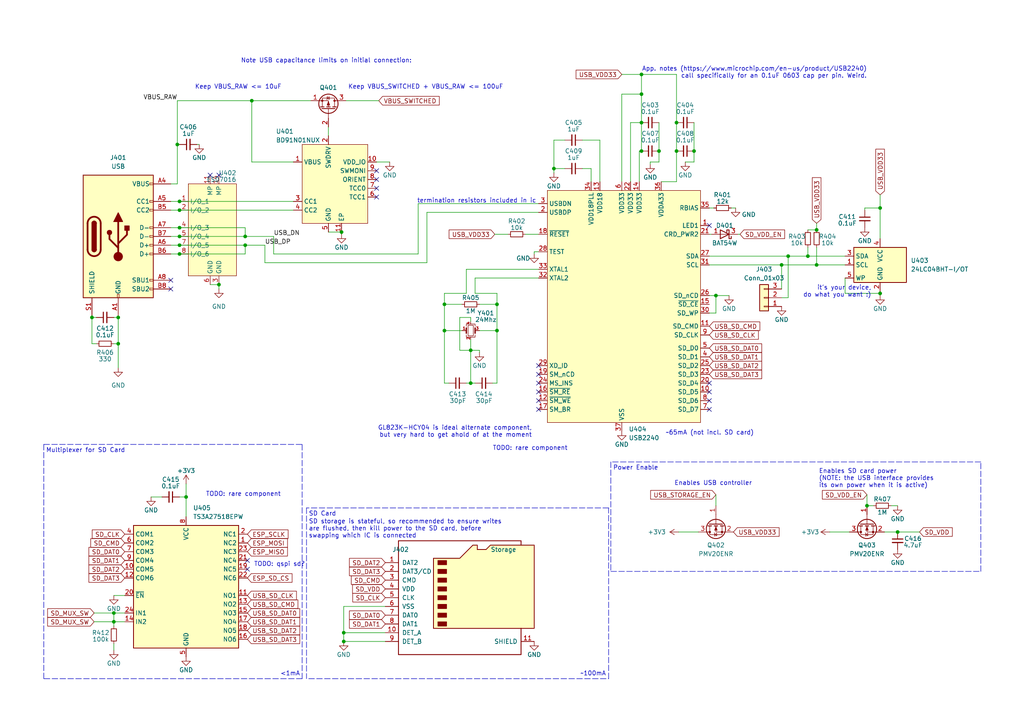
<source format=kicad_sch>
(kicad_sch (version 20211123) (generator eeschema)
  (paper "A4")
  (title_block (title "gay ipod storage + usb interface") (date "2022-09-04") (rev "1"))
  (lib_symbols
    (symbol "Analog_Switch:TS3A27518EPW"
      (property "Reference" "U" (at -13.97 19.05 0))
      (property "Value" "TS3A27518EPW" (at 8.89 19.05 0))
      (symbol "TS3A27518EPW_0_1"
        (rectangle (start 15.24 -17.78) (end -15.24 17.78) (stroke (width 0.254)) (fill (type background)))
      )
      (symbol "TS3A27518EPW_1_1"
        (pin bidirectional line (at 17.78 12.7 180) (length 2.54) (name "NC2") (number "1"))
        (pin bidirectional line (at -17.78 5.08 0) (length 2.54) (name "COM5") (number "10"))
        (pin bidirectional line (at 17.78 -2.54 180) (length 2.54) (name "NO1") (number "11"))
        (pin bidirectional line (at -17.78 2.54 0) (length 2.54) (name "COM6") (number "12"))
        (pin bidirectional line (at 17.78 -5.08 180) (length 2.54) (name "NO2") (number "13"))
        (pin input line (at -17.78 -10.16 0) (length 2.54) (name "IN2") (number "14"))
        (pin bidirectional line (at 17.78 -7.62 180) (length 2.54) (name "NO3") (number "15"))
        (pin bidirectional line (at 17.78 -15.24 180) (length 2.54) (name "NO6") (number "16"))
        (pin bidirectional line (at 17.78 -10.16 180) (length 2.54) (name "NO4") (number "17"))
        (pin bidirectional line (at 17.78 -12.7 180) (length 2.54) (name "NO5") (number "18"))
        (pin bidirectional line (at 17.78 5.08 180) (length 2.54) (name "NC5") (number "19"))
        (pin bidirectional line (at 17.78 15.24 180) (length 2.54) (name "NC1") (number "2"))
        (pin input line (at -17.78 -2.54 0) (length 2.54) (name "~{EN}") (number "20"))
        (pin bidirectional line (at 17.78 7.62 180) (length 2.54) (name "NC4") (number "21"))
        (pin bidirectional line (at 17.78 2.54 180) (length 2.54) (name "NC6") (number "22"))
        (pin bidirectional line (at 17.78 10.16 180) (length 2.54) (name "NC3") (number "23"))
        (pin input line (at -17.78 -7.62 0) (length 2.54) (name "IN1") (number "24"))
        (pin no_connect line (at -15.24 -15.24 0) (length 2.54) hide (name "N.C.") (number "3"))
        (pin bidirectional line (at -17.78 15.24 0) (length 2.54) (name "COM1") (number "4"))
        (pin power_in line (at 0 -20.32 90) (length 2.54) (name "GND") (number "5"))
        (pin bidirectional line (at -17.78 12.7 0) (length 2.54) (name "COM2") (number "6"))
        (pin bidirectional line (at -17.78 10.16 0) (length 2.54) (name "COM3") (number "7"))
        (pin power_in line (at 0 20.32 270) (length 2.54) (name "VCC") (number "8"))
        (pin bidirectional line (at -17.78 7.62 0) (length 2.54) (name "COM4") (number "9"))
      )
    )
    (symbol "Connector:Micro_SD_Card_Det_Hirose_DM3AT" (pin_names (offset 1.016))
      (property "Reference" "J" (at -16.51 17.78 0))
      (property "Value" "Micro_SD_Card_Det_Hirose_DM3AT" (at 16.51 17.78 0))
      (symbol "Micro_SD_Card_Det_Hirose_DM3AT_0_1"
        (rectangle (start -7.62 -6.985) (end -5.08 -8.255) (fill (type outline)))
        (rectangle (start -7.62 -4.445) (end -5.08 -5.715) (fill (type outline)))
        (rectangle (start -7.62 -1.905) (end -5.08 -3.175) (fill (type outline)))
        (rectangle (start -7.62 0.635) (end -5.08 -0.635) (fill (type outline)))
        (rectangle (start -7.62 3.175) (end -5.08 1.905) (fill (type outline)))
        (rectangle (start -7.62 5.715) (end -5.08 4.445) (fill (type outline)))
        (rectangle (start -7.62 8.255) (end -5.08 6.985) (fill (type outline)))
        (rectangle (start -7.62 10.795) (end -5.08 9.525) (fill (type outline)))
        (polyline (pts (xy 16.51 15.24) (xy 16.51 16.51) (xy -19.05 16.51) (xy -19.05 -16.51) (xy 16.51 -16.51) (xy 16.51 -8.89)) (stroke (width 0.254)))
        (polyline (pts (xy -8.89 -8.89) (xy -8.89 11.43) (xy -1.27 11.43) (xy 2.54 15.24) (xy 3.81 15.24) (xy 3.81 13.97) (xy 6.35 13.97) (xy 7.62 15.24) (xy 20.32 15.24) (xy 20.32 -8.89) (xy -8.89 -8.89)) (stroke (width 0.254)) (fill (type background)))
      )
      (symbol "Micro_SD_Card_Det_Hirose_DM3AT_1_1"
        (pin bidirectional line (at -22.86 10.16 0) (length 3.81) (name "DAT2") (number "1"))
        (pin passive line (at -22.86 -10.16 0) (length 3.81) (name "DET_A") (number "10"))
        (pin passive line (at 20.32 -12.7 180) (length 3.81) (name "SHIELD") (number "11"))
        (pin bidirectional line (at -22.86 7.62 0) (length 3.81) (name "DAT3/CD") (number "2"))
        (pin input line (at -22.86 5.08 0) (length 3.81) (name "CMD") (number "3"))
        (pin power_in line (at -22.86 2.54 0) (length 3.81) (name "VDD") (number "4"))
        (pin input line (at -22.86 0 0) (length 3.81) (name "CLK") (number "5"))
        (pin power_in line (at -22.86 -2.54 0) (length 3.81) (name "VSS") (number "6"))
        (pin bidirectional line (at -22.86 -5.08 0) (length 3.81) (name "DAT0") (number "7"))
        (pin bidirectional line (at -22.86 -7.62 0) (length 3.81) (name "DAT1") (number "8"))
        (pin passive line (at -22.86 -12.7 0) (length 3.81) (name "DET_B") (number "9"))
      )
    )
    (symbol "Connector:USB_C_Receptacle_USB2.0" (pin_names (offset 1.016))
      (property "Reference" "J" (at -10.16 19.05 0))
      (property "Value" "USB_C_Receptacle_USB2.0" (at 19.05 19.05 0))
      (symbol "USB_C_Receptacle_USB2.0_0_0"
        (rectangle (start -0.254 -17.78) (end 0.254 -16.764))
        (rectangle (start 10.16 -14.986) (end 9.144 -15.494))
        (rectangle (start 10.16 -12.446) (end 9.144 -12.954))
        (rectangle (start 10.16 -4.826) (end 9.144 -5.334))
        (rectangle (start 10.16 -2.286) (end 9.144 -2.794))
        (rectangle (start 10.16 0.254) (end 9.144 -0.254))
        (rectangle (start 10.16 2.794) (end 9.144 2.286))
        (rectangle (start 10.16 7.874) (end 9.144 7.366))
        (rectangle (start 10.16 10.414) (end 9.144 9.906))
        (rectangle (start 10.16 15.494) (end 9.144 14.986))
      )
      (symbol "USB_C_Receptacle_USB2.0_0_1"
        (rectangle (start -10.16 17.78) (end 10.16 -17.78) (stroke (width 0.254)) (fill (type background)))
        (arc (start -8.89 -3.81) (mid -6.985 -5.715) (end -5.08 -3.81) (stroke (width 0.508)))
        (arc (start -7.62 -3.81) (mid -6.985 -4.445) (end -6.35 -3.81) (stroke (width 0.254)))
        (arc (start -7.62 -3.81) (mid -6.985 -4.445) (end -6.35 -3.81) (stroke (width 0.254)) (fill (type outline)))
        (rectangle (start -7.62 -3.81) (end -6.35 3.81) (stroke (width 0.254)) (fill (type outline)))
        (arc (start -6.35 3.81) (mid -6.985 4.445) (end -7.62 3.81) (stroke (width 0.254)))
        (arc (start -6.35 3.81) (mid -6.985 4.445) (end -7.62 3.81) (stroke (width 0.254)) (fill (type outline)))
        (arc (start -5.08 3.81) (mid -6.985 5.715) (end -8.89 3.81) (stroke (width 0.508)))
        (circle (center -2.54 1.143) (radius 0.635) (stroke (width 0.254)) (fill (type outline)))
        (circle (center 0 -5.842) (radius 1.27) (fill (type outline)))
        (polyline (pts (xy -8.89 -3.81) (xy -8.89 3.81)) (stroke (width 0.508)))
        (polyline (pts (xy -5.08 3.81) (xy -5.08 -3.81)) (stroke (width 0.508)))
        (polyline (pts (xy 0 -5.842) (xy 0 4.318)) (stroke (width 0.508)))
        (polyline (pts (xy 0 -3.302) (xy -2.54 -0.762) (xy -2.54 0.508)) (stroke (width 0.508)))
        (polyline (pts (xy 0 -2.032) (xy 2.54 0.508) (xy 2.54 1.778)) (stroke (width 0.508)))
        (polyline (pts (xy -1.27 4.318) (xy 0 6.858) (xy 1.27 4.318) (xy -1.27 4.318)) (stroke (width 0.254)) (fill (type outline)))
        (rectangle (start 1.905 1.778) (end 3.175 3.048) (stroke (width 0.254)) (fill (type outline)))
      )
      (symbol "USB_C_Receptacle_USB2.0_1_1"
        (pin passive line (at 0 -22.86 90) (length 5.08) (name "GND") (number "A1"))
        (pin passive line (at 0 -22.86 90) (length 5.08) hide (name "GND") (number "A12"))
        (pin passive line (at 15.24 15.24 180) (length 5.08) (name "VBUS") (number "A4"))
        (pin bidirectional line (at 15.24 10.16 180) (length 5.08) (name "CC1") (number "A5"))
        (pin bidirectional line (at 15.24 -2.54 180) (length 5.08) (name "D+") (number "A6"))
        (pin bidirectional line (at 15.24 2.54 180) (length 5.08) (name "D-") (number "A7"))
        (pin bidirectional line (at 15.24 -12.7 180) (length 5.08) (name "SBU1") (number "A8"))
        (pin passive line (at 15.24 15.24 180) (length 5.08) hide (name "VBUS") (number "A9"))
        (pin passive line (at 0 -22.86 90) (length 5.08) hide (name "GND") (number "B1"))
        (pin passive line (at 0 -22.86 90) (length 5.08) hide (name "GND") (number "B12"))
        (pin passive line (at 15.24 15.24 180) (length 5.08) hide (name "VBUS") (number "B4"))
        (pin bidirectional line (at 15.24 7.62 180) (length 5.08) (name "CC2") (number "B5"))
        (pin bidirectional line (at 15.24 -5.08 180) (length 5.08) (name "D+") (number "B6"))
        (pin bidirectional line (at 15.24 0 180) (length 5.08) (name "D-") (number "B7"))
        (pin bidirectional line (at 15.24 -15.24 180) (length 5.08) (name "SBU2") (number "B8"))
        (pin passive line (at 15.24 15.24 180) (length 5.08) hide (name "VBUS") (number "B9"))
        (pin passive line (at -7.62 -22.86 90) (length 5.08) (name "SHIELD") (number "S1"))
      )
    )
    (symbol "Connector_Generic:Conn_01x03" (pin_names (offset 1.016) hide)
      (property "Reference" "J" (at 0 5.08 0))
      (property "Value" "Conn_01x03" (at 0 -5.08 0))
      (symbol "Conn_01x03_1_1"
        (rectangle (start -1.27 -2.413) (end 0 -2.667) (stroke (width 0.1524)))
        (rectangle (start -1.27 0.127) (end 0 -0.127) (stroke (width 0.1524)))
        (rectangle (start -1.27 2.667) (end 0 2.413) (stroke (width 0.1524)))
        (rectangle (start -1.27 3.81) (end 1.27 -3.81) (stroke (width 0.254)) (fill (type background)))
        (pin passive line (at -5.08 2.54 0) (length 3.81) (name "Pin_1") (number "1"))
        (pin passive line (at -5.08 0 0) (length 3.81) (name "Pin_2") (number "2"))
        (pin passive line (at -5.08 -2.54 0) (length 3.81) (name "Pin_3") (number "3"))
      )
    )
    (symbol "Device:C_Small" (pin_numbers hide) (pin_names (offset 0.254) hide)
      (property "Reference" "C" (at 0.254 1.778 0))
      (property "Value" "C_Small" (at 0.254 -2.032 0))
      (symbol "C_Small_0_1"
        (polyline (pts (xy -1.524 -0.508) (xy 1.524 -0.508)) (stroke (width 0.3302)))
        (polyline (pts (xy -1.524 0.508) (xy 1.524 0.508)) (stroke (width 0.3048)))
      )
      (symbol "C_Small_1_1"
        (pin passive line (at 0 2.54 270) (length 2.032) (name "~") (number "1"))
        (pin passive line (at 0 -2.54 90) (length 2.032) (name "~") (number "2"))
      )
    )
    (symbol "Device:Crystal_GND24_Small" (pin_names (offset 1.016) hide)
      (property "Reference" "Y" (at 1.27 4.445 0))
      (property "Value" "Crystal_GND24_Small" (at 1.27 2.54 0))
      (symbol "Crystal_GND24_Small_0_1"
        (rectangle (start -0.762 -1.524) (end 0.762 1.524))
        (polyline (pts (xy -1.27 -0.762) (xy -1.27 0.762)) (stroke (width 0.381)))
        (polyline (pts (xy 1.27 -0.762) (xy 1.27 0.762)) (stroke (width 0.381)))
        (polyline (pts (xy -1.27 -1.27) (xy -1.27 -1.905) (xy 1.27 -1.905) (xy 1.27 -1.27)))
        (polyline (pts (xy -1.27 1.27) (xy -1.27 1.905) (xy 1.27 1.905) (xy 1.27 1.27)))
      )
      (symbol "Crystal_GND24_Small_1_1"
        (pin passive line (at -2.54 0 0) (length 1.27) (name "1") (number "1"))
        (pin passive line (at 0 -2.54 90) (length 0.635) (name "2") (number "2"))
        (pin passive line (at 2.54 0 180) (length 1.27) (name "3") (number "3"))
        (pin passive line (at 0 2.54 270) (length 0.635) (name "4") (number "4"))
      )
    )
    (symbol "Device:R_Small" (pin_numbers hide) (pin_names (offset 0.254) hide)
      (property "Reference" "R" (at 0.762 0.508 0))
      (property "Value" "R_Small" (at 0.762 -1.016 0))
      (symbol "R_Small_0_1"
        (rectangle (start -0.762 1.778) (end 0.762 -1.778) (stroke (width 0.2032)))
      )
      (symbol "R_Small_1_1"
        (pin passive line (at 0 2.54 270) (length 0.762) (name "~") (number "1"))
        (pin passive line (at 0 -2.54 90) (length 0.762) (name "~") (number "2"))
      )
    )
    (symbol "Diode:BAT54W" (pin_names (offset 1.016) hide)
      (property "Reference" "D" (at 0 2.54 0))
      (property "Value" "BAT54W" (at 0 -2.54 0))
      (symbol "BAT54W_0_1"
        (polyline (pts (xy 1.27 0) (xy -1.27 0)))
        (polyline (pts (xy 1.27 1.27) (xy 1.27 -1.27) (xy -1.27 0) (xy 1.27 1.27)) (stroke (width 0.254)))
        (polyline (pts (xy -1.905 0.635) (xy -1.905 1.27) (xy -1.27 1.27) (xy -1.27 -1.27) (xy -0.635 -1.27) (xy -0.635 -0.635)) (stroke (width 0.254)))
      )
      (symbol "BAT54W_1_1"
        (pin passive line (at 3.81 0 180) (length 2.54) (name "A") (number "1"))
        (pin no_connect line (at 0 0 90) (length 2.54) hide (name "NC") (number "2"))
        (pin passive line (at -3.81 0 0) (length 2.54) (name "K") (number "3"))
      )
    )
    (symbol "Memory_EEPROM:24AA02-OT"
      (property "Reference" "U?" (at -8.89 1.2701 0))
      (property "Value" "24LC08BHT-I/OT " (at -8.89 -1.2699 0))
      (symbol "24AA02-OT_1_1"
        (rectangle (start -7.62 5.08) (end 7.62 -5.08) (stroke (width 0.254)) (fill (type background)))
        (pin input line (at 10.16 0 180) (length 2.54) (name "SCL") (number "1"))
        (pin power_in line (at 0 -7.62 90) (length 2.54) (name "GND") (number "2"))
        (pin bidirectional line (at 10.16 2.54 180) (length 2.54) (name "SDA") (number "3"))
        (pin power_in line (at 0 7.62 270) (length 2.54) (name "VCC") (number "4"))
        (pin input line (at 10.16 -3.81 180) (length 2.54) (name "WP") (number "5"))
      )
    )
    (symbol "Transistor_FET:2N7002" (pin_names hide)
      (property "Reference" "Q" (at 5.08 1.905 0))
      (property "Value" "2N7002" (at 5.08 0 0))
      (symbol "2N7002_0_1"
        (polyline (pts (xy 0.254 0) (xy -2.54 0)))
        (polyline (pts (xy 0.254 1.905) (xy 0.254 -1.905)) (stroke (width 0.254)))
        (polyline (pts (xy 0.762 -1.27) (xy 0.762 -2.286)) (stroke (width 0.254)))
        (polyline (pts (xy 0.762 0.508) (xy 0.762 -0.508)) (stroke (width 0.254)))
        (polyline (pts (xy 0.762 2.286) (xy 0.762 1.27)) (stroke (width 0.254)))
        (polyline (pts (xy 2.54 2.54) (xy 2.54 1.778)))
        (polyline (pts (xy 2.54 -2.54) (xy 2.54 0) (xy 0.762 0)))
        (polyline (pts (xy 0.762 -1.778) (xy 3.302 -1.778) (xy 3.302 1.778) (xy 0.762 1.778)))
        (polyline (pts (xy 1.016 0) (xy 2.032 0.381) (xy 2.032 -0.381) (xy 1.016 0)) (fill (type outline)))
        (polyline (pts (xy 2.794 0.508) (xy 2.921 0.381) (xy 3.683 0.381) (xy 3.81 0.254)))
        (polyline (pts (xy 3.302 0.381) (xy 2.921 -0.254) (xy 3.683 -0.254) (xy 3.302 0.381)))
        (circle (center 1.651 0) (radius 2.794) (stroke (width 0.254)))
        (circle (center 2.54 -1.778) (radius 0.254) (fill (type outline)))
        (circle (center 2.54 1.778) (radius 0.254) (fill (type outline)))
      )
      (symbol "2N7002_1_1"
        (pin input line (at -5.08 0 0) (length 2.54) (name "G") (number "1"))
        (pin passive line (at 2.54 -5.08 90) (length 2.54) (name "S") (number "2"))
        (pin passive line (at 2.54 5.08 270) (length 2.54) (name "D") (number "3"))
      )
    )
    (symbol "Transistor_FET:TP0610L" (pin_names hide)
      (property "Reference" "Q" (at 5.08 1.905 0))
      (property "Value" "TP0610L" (at 5.08 0 0))
      (symbol "TP0610L_0_1"
        (polyline (pts (xy 0.254 0) (xy -2.54 0)))
        (polyline (pts (xy 0.254 1.905) (xy 0.254 -1.905)) (stroke (width 0.254)))
        (polyline (pts (xy 0.762 -1.27) (xy 0.762 -2.286)) (stroke (width 0.254)))
        (polyline (pts (xy 0.762 0.508) (xy 0.762 -0.508)) (stroke (width 0.254)))
        (polyline (pts (xy 0.762 2.286) (xy 0.762 1.27)) (stroke (width 0.254)))
        (polyline (pts (xy 2.54 2.54) (xy 2.54 1.778)))
        (polyline (pts (xy 2.54 -2.54) (xy 2.54 0) (xy 0.762 0)))
        (polyline (pts (xy 0.762 1.778) (xy 3.302 1.778) (xy 3.302 -1.778) (xy 0.762 -1.778)))
        (polyline (pts (xy 2.286 0) (xy 1.27 0.381) (xy 1.27 -0.381) (xy 2.286 0)) (fill (type outline)))
        (polyline (pts (xy 2.794 -0.508) (xy 2.921 -0.381) (xy 3.683 -0.381) (xy 3.81 -0.254)))
        (polyline (pts (xy 3.302 -0.381) (xy 2.921 0.254) (xy 3.683 0.254) (xy 3.302 -0.381)))
        (circle (center 1.651 0) (radius 2.794) (stroke (width 0.254)))
        (circle (center 2.54 -1.778) (radius 0.254) (fill (type outline)))
        (circle (center 2.54 1.778) (radius 0.254) (fill (type outline)))
      )
      (symbol "TP0610L_1_1"
        (pin passive line (at 2.54 -5.08 90) (length 2.54) (name "S") (number "1"))
        (pin input line (at -5.08 0 0) (length 2.54) (name "G") (number "2"))
        (pin passive line (at 2.54 5.08 270) (length 2.54) (name "D") (number "3"))
      )
    )
    (symbol "power:+3V3" (power) (pin_names (offset 0))
      (property "Value" "+3V3" (at 0 3.556 0))
      (symbol "+3V3_0_1"
        (polyline (pts (xy -0.762 1.27) (xy 0 2.54)))
        (polyline (pts (xy 0 0) (xy 0 2.54)))
        (polyline (pts (xy 0 2.54) (xy 0.762 1.27)))
      )
      (symbol "+3V3_1_1"
        (pin power_in line (at 0 0 90) (length 0) hide (name "+3V3") (number "1"))
      )
    )
    (symbol "power:GND" (power) (pin_names (offset 0))
      (property "Value" "GND" (at 0 -3.81 0))
      (symbol "GND_0_1"
        (polyline (pts (xy 0 0) (xy 0 -1.27) (xy 1.27 -1.27) (xy 0 -2.54) (xy -1.27 -1.27) (xy 0 -1.27)))
      )
      (symbol "GND_1_1"
        (pin power_in line (at 0 0 270) (length 0) hide (name "GND") (number "1"))
      )
    )
    (symbol "symbols:BD91N01NUX"
      (property "Reference" "U" (at 0 13.97 0))
      (property "Value" "BD91N01NUX" (at 5.08 16.51 0))
      (symbol "BD91N01NUX_0_1"
        (rectangle (start -12.7 12.7) (end 6.35 -10.16) (fill (type background)))
      )
      (symbol "BD91N01NUX_1_1"
        (pin input line (at -15.24 7.62 0) (length 2.54) (name "VBUS") (number "1"))
        (pin input line (at 8.89 7.62 180) (length 2.54) (name "VDD_IO") (number "10"))
        (pin input line (at -1.27 -12.7 90) (length 2.54) (name "EP") (number "11"))
        (pin output line (at -5.08 15.24 270) (length 2.54) (name "SWDRV") (number "2"))
        (pin input line (at -15.24 -3.81 0) (length 2.54) (name "CC1") (number "3"))
        (pin input line (at -15.24 -6.35 0) (length 2.54) (name "CC2") (number "4"))
        (pin input line (at -5.08 -12.7 90) (length 2.54) (name "GND") (number "5"))
        (pin output line (at 8.89 -2.54 180) (length 2.54) (name "TCC1") (number "6"))
        (pin output line (at 8.89 0 180) (length 2.54) (name "TCC0") (number "7"))
        (pin output line (at 8.89 2.54 180) (length 2.54) (name "ORIENT") (number "8"))
        (pin output line (at 8.89 5.08 180) (length 2.54) (name "SWMONI") (number "9"))
      )
    )
    (symbol "symbols:ESD7016"
      (property "Reference" "U" (at 0 16.51 0))
      (property "Value" "ESD7016" (at 0 13.97 0))
      (symbol "ESD7016_0_1"
        (rectangle (start -17.78 2.54) (end 8.89 -11.43) (fill (type background)))
      )
      (symbol "ESD7016_1_1"
        (pin input line (at 3.81 5.08 270) (length 2.54) (name "I/O_1") (number "1"))
        (pin input line (at 11.43 -3.81 180) (length 2.54) (name "MP") (number "11"))
        (pin input line (at 11.43 -6.35 180) (length 2.54) (name "MP") (number "14"))
        (pin input line (at 1.27 5.08 270) (length 2.54) (name "I/O_2") (number "2"))
        (pin input line (at -20.32 -6.35 0) (length 2.54) (name "GND") (number "3"))
        (pin input line (at -3.81 5.08 270) (length 2.54) (name "I/O_3") (number "4"))
        (pin input line (at -6.35 5.08 270) (length 2.54) (name "I/O_4") (number "5"))
        (pin input line (at -20.32 -3.81 0) (length 2.54) (name "GND") (number "6"))
        (pin input line (at -8.89 5.08 270) (length 2.54) (name "I/O_5") (number "7"))
        (pin input line (at -11.43 5.08 270) (length 2.54) (name "I/O_6") (number "8"))
      )
    )
    (symbol "symbols:USB2240"
      (property "Reference" "U" (at 1.27 1.27 0))
      (property "Value" "USB2240" (at 1.27 -1.27 0))
      (symbol "USB2240_0_0"
        (pin unspecified line (at 25.4 22.86 180) (length 2.54) (name "LED1") (number "1"))
        (pin unspecified line (at 25.4 -25.4 180) (length 2.54) (name "SD_D5") (number "10"))
        (pin unspecified line (at 25.4 -6.35 180) (length 2.54) (name "SD_CMD") (number "11"))
        (pin unspecified line (at -24.13 -27.94 0) (length 2.54) (name "~{SM_WE}") (number "12"))
        (pin unspecified line (at -6.35 35.56 270) (length 2.54) (name "VDD18") (number "13"))
        (pin unspecified line (at 5.08 35.56 270) (length 2.54) (name "VDD33") (number "14"))
        (pin unspecified line (at 25.4 0 180) (length 2.54) (name "~{SD_CE}") (number "15"))
        (pin unspecified line (at -24.13 -25.4 0) (length 2.54) (name "~{SM_RE}") (number "16"))
        (pin unspecified line (at -24.13 -30.48 0) (length 2.54) (name "SM_BR") (number "17"))
        (pin unspecified line (at -24.13 20.32 0) (length 2.54) (name "~{RESET}") (number "18"))
        (pin unspecified line (at -24.13 -20.32 0) (length 2.54) (name "SM_nCD") (number "19"))
        (pin unspecified line (at -24.13 26.67 0) (length 2.54) (name "USBDP") (number "2"))
        (pin unspecified line (at 25.4 -22.86 180) (length 2.54) (name "SD_D4") (number "20"))
        (pin unspecified line (at 25.4 20.32 180) (length 2.54) (name "CRD_PWR2") (number "21"))
        (pin unspecified line (at 2.54 35.56 270) (length 2.54) (name "VDD33") (number "22"))
        (pin unspecified line (at 25.4 -20.32 180) (length 2.54) (name "SD_D3") (number "23"))
        (pin unspecified line (at -24.13 -22.86 0) (length 2.54) (name "MS_INS") (number "24"))
        (pin unspecified line (at 25.4 -17.78 180) (length 2.54) (name "SD_D2") (number "25"))
        (pin unspecified line (at 25.4 2.54 180) (length 2.54) (name "SD_nCD") (number "26"))
        (pin unspecified line (at 25.4 13.97 180) (length 2.54) (name "SDA") (number "27"))
        (pin unspecified line (at -24.13 15.24 0) (length 2.54) (name "TEST") (number "28"))
        (pin unspecified line (at -24.13 -17.78 0) (length 2.54) (name "XD_ID") (number "29"))
        (pin unspecified line (at -24.13 29.21 0) (length 2.54) (name "USBDN") (number "3"))
        (pin unspecified line (at 25.4 -2.54 180) (length 2.54) (name "SD_WP") (number "30"))
        (pin unspecified line (at 25.4 11.43 180) (length 2.54) (name "SCL") (number "31"))
        (pin unspecified line (at -24.13 7.62 0) (length 2.54) (name "XTAL2") (number "32"))
        (pin unspecified line (at -24.13 10.16 0) (length 2.54) (name "XTAL1") (number "33"))
        (pin unspecified line (at -8.89 35.56 270) (length 2.54) (name "VDD18PLL") (number "34"))
        (pin unspecified line (at 25.4 27.94 180) (length 2.54) (name "RBIAS") (number "35"))
        (pin unspecified line (at 11.43 35.56 270) (length 2.54) (name "VDDA33") (number "36"))
        (pin unspecified line (at 0 -36.83 90) (length 2.54) (name "VSS") (number "37"))
        (pin unspecified line (at 25.4 -15.24 180) (length 2.54) (name "SD_D1") (number "4"))
        (pin unspecified line (at 25.4 -12.7 180) (length 2.54) (name "SD_D0") (number "5"))
        (pin unspecified line (at 0 35.56 270) (length 2.54) (name "VDD33") (number "6"))
        (pin unspecified line (at 25.4 -30.48 180) (length 2.54) (name "SD_D7") (number "7"))
        (pin unspecified line (at 25.4 -27.94 180) (length 2.54) (name "SD_D6") (number "8"))
        (pin unspecified line (at 25.4 -8.89 180) (length 2.54) (name "SD_CLK") (number "9"))
      )
      (symbol "USB2240_0_1"
        (rectangle (start -21.59 33.02) (end 22.86 -34.29) (fill (type background)))
      )
    )
  )
  (junction (at 236.855 66.675))
  (junction (at 52.07 66.04))
  (junction (at 71.12 71.12))
  (junction (at 186.055 35.56))
  (junction (at 99.695 186.055))
  (junction (at 73.025 29.21))
  (junction (at 33.02 180.34))
  (junction (at 34.29 92.075))
  (junction (at 71.12 68.58))
  (junction (at 52.07 73.66))
  (junction (at 99.695 183.515))
  (junction (at 196.215 35.56))
  (junction (at 128.905 88.265))
  (junction (at 52.07 71.12))
  (junction (at 99.06 67.31))
  (junction (at 186.055 43.815))
  (junction (at 136.525 101.6))
  (junction (at 53.975 144.145))
  (junction (at 228.6 74.295))
  (junction (at 234.315 74.295))
  (junction (at 52.07 60.96))
  (junction (at 207.645 85.725))
  (junction (at 260.35 154.305))
  (junction (at 63.5 82.55))
  (junction (at 186.055 21.59))
  (junction (at 255.27 85.09))
  (junction (at 51.435 41.91))
  (junction (at 191.135 43.815))
  (junction (at 144.145 95.885))
  (junction (at 136.525 111.125))
  (junction (at 186.055 27.305))
  (junction (at 236.855 76.835))
  (junction (at 251.46 146.685))
  (junction (at 52.07 58.42))
  (junction (at 255.27 60.325))
  (junction (at 226.695 76.835))
  (junction (at 201.295 43.815))
  (junction (at 52.07 68.58))
  (junction (at 128.905 95.885))
  (junction (at 34.29 99.695))
  (junction (at 160.655 48.895))
  (junction (at 196.215 43.815))
  (junction (at 144.145 88.265))
  (junction (at 33.02 177.8))
  (junction (at 26.67 92.075))
  (no_connect (at 109.22 49.53))
  (no_connect (at 205.74 65.405))
  (no_connect (at 109.22 52.07))
  (no_connect (at 109.22 54.61))
  (no_connect (at 109.22 57.15))
  (no_connect (at 49.53 81.28))
  (no_connect (at 205.74 111.125))
  (no_connect (at 205.74 113.665))
  (no_connect (at 205.74 116.205))
  (no_connect (at 205.74 118.745))
  (no_connect (at 156.21 108.585))
  (no_connect (at 156.21 106.045))
  (no_connect (at 156.21 118.745))
  (no_connect (at 156.21 116.205))
  (no_connect (at 156.21 113.665))
  (no_connect (at 156.21 111.125))
  (no_connect (at 71.755 162.56))
  (no_connect (at 71.755 165.1))
  (no_connect (at 60.96 50.8))
  (no_connect (at 63.5 50.8))
  (no_connect (at 49.53 83.82))
  (wire (pts (xy 207.645 85.725) (xy 207.645 90.805)))
  (wire (pts (xy 130.175 111.125) (xy 128.905 111.125)))
  (wire (pts (xy 201.295 43.815) (xy 201.295 46.99)))
  (wire (pts (xy 214.63 67.945) (xy 213.995 67.945)))
  (wire (pts (xy 207.645 85.725) (xy 211.455 85.725)))
  (wire (pts (xy 49.53 73.66) (xy 52.07 73.66)))
  (wire (pts (xy 109.22 46.99) (xy 113.03 46.99)))
  (wire (pts (xy 52.07 60.96) (xy 49.53 60.96)))
  (wire (pts (xy 71.12 68.58) (xy 79.375 68.58)))
  (wire (pts (xy 255.27 85.09) (xy 255.27 84.455)))
  (wire (pts (xy 34.29 99.695) (xy 34.29 106.68)))
  (wire (pts (xy 71.12 71.12) (xy 76.835 71.12)))
  (wire (pts (xy 236.855 71.755) (xy 236.855 76.835)))
  (wire (pts (xy 52.07 144.145) (xy 53.975 144.145)))
  (wire (pts (xy 139.065 102.235) (xy 139.065 101.6)))
  (wire (pts (xy 43.815 144.145) (xy 46.99 144.145)))
  (wire (pts (xy 226.695 76.835) (xy 226.695 83.82)))
  (wire (pts (xy 213.36 60.325) (xy 212.09 60.325)))
  (wire (pts (xy 240.665 154.305) (xy 246.38 154.305)))
  (wire (pts (xy 260.35 146.685) (xy 258.445 146.685)))
  (wire (pts (xy 128.905 85.09) (xy 128.905 88.265)))
  (wire (pts (xy 228.6 74.295) (xy 234.315 74.295)))
  (wire (pts (xy 73.025 46.99) (xy 85.09 46.99)))
  (polyline (pts (xy 12.7 196.85) (xy 12.7 128.905)))
  (wire (pts (xy 111.76 186.055) (xy 99.695 186.055)))
  (wire (pts (xy 27.305 180.34) (xy 33.02 180.34)))
  (wire (pts (xy 133.35 101.6) (xy 136.525 101.6)))
  (wire (pts (xy 53.975 140.335) (xy 53.975 144.145)))
  (wire (pts (xy 156.21 61.595) (xy 123.825 61.595)))
  (wire (pts (xy 253.365 146.685) (xy 251.46 146.685)))
  (wire (pts (xy 51.435 29.21) (xy 51.435 41.91)))
  (wire (pts (xy 163.83 48.895) (xy 160.655 48.895)))
  (wire (pts (xy 49.53 68.58) (xy 52.07 68.58)))
  (wire (pts (xy 205.74 74.295) (xy 228.6 74.295)))
  (wire (pts (xy 137.795 80.645) (xy 137.795 85.09)))
  (wire (pts (xy 160.655 40.64) (xy 160.655 48.895)))
  (wire (pts (xy 156.21 80.645) (xy 137.795 80.645)))
  (wire (pts (xy 27.305 177.8) (xy 33.02 177.8)))
  (wire (pts (xy 156.21 78.105) (xy 135.255 78.105)))
  (wire (pts (xy 52.07 58.42) (xy 49.53 58.42)))
  (wire (pts (xy 60.96 82.55) (xy 63.5 82.55)))
  (wire (pts (xy 73.025 29.21) (xy 51.435 29.21)))
  (wire (pts (xy 255.27 85.725) (xy 255.27 85.09)))
  (wire (pts (xy 144.145 88.265) (xy 144.145 95.885)))
  (wire (pts (xy 191.135 43.815) (xy 191.135 46.99)))
  (wire (pts (xy 52.07 66.04) (xy 71.12 66.04)))
  (wire (pts (xy 57.785 41.91) (xy 57.15 41.91)))
  (wire (pts (xy 33.02 92.075) (xy 34.29 92.075)))
  (wire (pts (xy 207.01 60.325) (xy 205.74 60.325)))
  (wire (pts (xy 156.21 73.025) (xy 154.94 73.025)))
  (wire (pts (xy 71.12 66.04) (xy 71.12 68.58)))
  (wire (pts (xy 234.315 71.755) (xy 234.315 74.295)))
  (polyline (pts (xy 284.48 133.985) (xy 177.165 133.985)))
  (wire (pts (xy 205.74 76.835) (xy 226.695 76.835)))
  (wire (pts (xy 206.375 67.945) (xy 205.74 67.945)))
  (wire (pts (xy 136.525 111.125) (xy 137.795 111.125)))
  (wire (pts (xy 186.055 21.59) (xy 186.055 27.305)))
  (wire (pts (xy 142.875 111.125) (xy 144.145 111.125)))
  (wire (pts (xy 26.67 92.075) (xy 26.67 99.695)))
  (wire (pts (xy 185.42 52.705) (xy 185.42 43.815)))
  (wire (pts (xy 26.67 92.075) (xy 27.94 92.075)))
  (wire (pts (xy 52.07 41.91) (xy 51.435 41.91)))
  (wire (pts (xy 185.42 43.815) (xy 186.055 43.815)))
  (wire (pts (xy 196.215 43.815) (xy 196.215 52.705)))
  (wire (pts (xy 133.35 92.075) (xy 133.35 101.6)))
  (wire (pts (xy 245.11 80.645) (xy 245.11 85.09)))
  (wire (pts (xy 255.27 56.515) (xy 255.27 60.325)))
  (wire (pts (xy 26.67 99.695) (xy 27.94 99.695)))
  (wire (pts (xy 111.76 175.895) (xy 99.695 175.895)))
  (wire (pts (xy 191.77 52.705) (xy 196.215 52.705)))
  (wire (pts (xy 186.055 35.56) (xy 186.055 43.815)))
  (wire (pts (xy 201.295 46.99) (xy 198.755 46.99)))
  (wire (pts (xy 196.215 21.59) (xy 196.215 35.56)))
  (wire (pts (xy 139.065 88.265) (xy 144.145 88.265)))
  (wire (pts (xy 186.055 27.305) (xy 186.055 35.56)))
  (wire (pts (xy 135.255 111.125) (xy 136.525 111.125)))
  (wire (pts (xy 173.99 40.64) (xy 173.99 52.705)))
  (wire (pts (xy 171.45 48.895) (xy 171.45 52.705)))
  (wire (pts (xy 260.35 154.305) (xy 266.7 154.305)))
  (wire (pts (xy 191.135 35.56) (xy 191.135 43.815)))
  (wire (pts (xy 207.645 143.51) (xy 207.645 146.685)))
  (wire (pts (xy 156.21 59.055) (xy 121.285 59.055)))
  (wire (pts (xy 135.255 85.09) (xy 128.905 85.09)))
  (wire (pts (xy 228.6 86.36) (xy 228.6 74.295)))
  (wire (pts (xy 236.855 76.835) (xy 245.11 76.835)))
  (wire (pts (xy 76.835 76.2) (xy 76.835 71.12)))
  (wire (pts (xy 34.29 91.44) (xy 34.29 92.075)))
  (wire (pts (xy 51.435 41.91) (xy 51.435 53.34)))
  (polyline (pts (xy 88.9 147.32) (xy 88.9 196.85)))
  (wire (pts (xy 196.215 35.56) (xy 196.215 43.815)))
  (wire (pts (xy 33.02 180.34) (xy 36.195 180.34)))
  (polyline (pts (xy 87.63 128.905) (xy 87.63 196.85)))
  (wire (pts (xy 137.795 85.09) (xy 144.145 85.09)))
  (wire (pts (xy 26.67 91.44) (xy 26.67 92.075)))
  (wire (pts (xy 205.74 90.805) (xy 207.645 90.805)))
  (wire (pts (xy 188.595 46.99) (xy 188.595 47.625)))
  (wire (pts (xy 123.825 76.2) (xy 123.825 61.595)))
  (wire (pts (xy 33.02 186.69) (xy 33.02 188.595)))
  (wire (pts (xy 33.02 177.8) (xy 36.195 177.8)))
  (wire (pts (xy 180.34 27.305) (xy 186.055 27.305)))
  (wire (pts (xy 53.975 144.145) (xy 53.975 149.86)))
  (wire (pts (xy 99.695 183.515) (xy 111.76 183.515)))
  (wire (pts (xy 128.905 111.125) (xy 128.905 95.885)))
  (wire (pts (xy 136.525 101.6) (xy 136.525 111.125)))
  (polyline (pts (xy 177.165 133.985) (xy 177.165 165.735)))
  (wire (pts (xy 154.94 73.025) (xy 154.94 73.66)))
  (wire (pts (xy 63.5 82.55) (xy 63.5 83.82)))
  (wire (pts (xy 76.835 76.2) (xy 123.825 76.2)))
  (wire (pts (xy 163.83 40.64) (xy 160.655 40.64)))
  (polyline (pts (xy 177.165 165.735) (xy 284.48 165.735)))
  (wire (pts (xy 79.375 73.66) (xy 79.375 68.58)))
  (wire (pts (xy 52.07 73.66) (xy 71.12 73.66)))
  (wire (pts (xy 226.695 76.835) (xy 236.855 76.835)))
  (wire (pts (xy 139.065 101.6) (xy 136.525 101.6)))
  (wire (pts (xy 100.33 29.21) (xy 109.855 29.21)))
  (wire (pts (xy 79.375 73.66) (xy 121.285 73.66)))
  (wire (pts (xy 52.07 71.12) (xy 71.12 71.12)))
  (wire (pts (xy 180.34 52.705) (xy 180.34 27.305)))
  (wire (pts (xy 73.025 46.99) (xy 73.025 29.21)))
  (wire (pts (xy 99.695 175.895) (xy 99.695 183.515)))
  (wire (pts (xy 34.29 92.075) (xy 34.29 99.695)))
  (wire (pts (xy 49.53 53.34) (xy 51.435 53.34)))
  (wire (pts (xy 250.825 60.325) (xy 255.27 60.325)))
  (polyline (pts (xy 284.48 165.735) (xy 284.48 133.985)))
  (wire (pts (xy 205.74 85.725) (xy 207.645 85.725)))
  (wire (pts (xy 256.54 154.305) (xy 260.35 154.305)))
  (wire (pts (xy 234.315 74.295) (xy 245.11 74.295)))
  (polyline (pts (xy 176.53 147.32) (xy 88.9 147.32)))
  (wire (pts (xy 245.11 85.09) (xy 255.27 85.09)))
  (wire (pts (xy 136.525 92.075) (xy 136.525 93.345)))
  (wire (pts (xy 250.825 60.96) (xy 250.825 60.325)))
  (wire (pts (xy 180.34 21.59) (xy 186.055 21.59)))
  (wire (pts (xy 234.315 66.675) (xy 236.855 66.675)))
  (wire (pts (xy 33.02 99.695) (xy 34.29 99.695)))
  (wire (pts (xy 186.055 21.59) (xy 196.215 21.59)))
  (wire (pts (xy 99.695 183.515) (xy 99.695 186.055)))
  (wire (pts (xy 191.135 46.99) (xy 188.595 46.99)))
  (wire (pts (xy 139.065 95.885) (xy 144.145 95.885)))
  (wire (pts (xy 52.07 68.58) (xy 71.12 68.58)))
  (wire (pts (xy 255.27 60.325) (xy 255.27 69.215)))
  (wire (pts (xy 160.655 48.895) (xy 160.655 50.165)))
  (wire (pts (xy 136.525 92.075) (xy 133.35 92.075)))
  (wire (pts (xy 52.07 60.96) (xy 85.09 60.96)))
  (wire (pts (xy 182.88 52.705) (xy 182.88 35.56)))
  (wire (pts (xy 152.4 67.945) (xy 156.21 67.945)))
  (wire (pts (xy 168.91 40.64) (xy 173.99 40.64)))
  (wire (pts (xy 136.525 98.425) (xy 136.525 101.6)))
  (wire (pts (xy 71.12 71.12) (xy 71.12 73.66)))
  (wire (pts (xy 33.02 172.72) (xy 36.195 172.72)))
  (wire (pts (xy 128.905 95.885) (xy 133.985 95.885)))
  (polyline (pts (xy 89.535 196.85) (xy 176.53 196.85)))
  (polyline (pts (xy 176.53 196.85) (xy 176.53 147.32)))
  (wire (pts (xy 128.905 88.265) (xy 128.905 95.885)))
  (wire (pts (xy 33.02 177.8) (xy 33.02 180.34)))
  (polyline (pts (xy 87.63 196.85) (xy 12.7 196.85)))
  (wire (pts (xy 182.88 35.56) (xy 186.055 35.56)))
  (wire (pts (xy 251.46 143.51) (xy 251.46 146.685)))
  (wire (pts (xy 49.53 66.04) (xy 52.07 66.04)))
  (wire (pts (xy 90.17 29.21) (xy 73.025 29.21)))
  (wire (pts (xy 226.695 86.36) (xy 228.6 86.36)))
  (polyline (pts (xy 12.7 128.905) (xy 87.63 128.905)))
  (wire (pts (xy 133.985 88.265) (xy 128.905 88.265)))
  (wire (pts (xy 196.85 154.305) (xy 202.565 154.305)))
  (wire (pts (xy 201.295 35.56) (xy 201.295 43.815)))
  (wire (pts (xy 95.25 67.31) (xy 99.06 67.31)))
  (wire (pts (xy 49.53 71.12) (xy 52.07 71.12)))
  (wire (pts (xy 168.91 48.895) (xy 171.45 48.895)))
  (wire (pts (xy 144.145 111.125) (xy 144.145 95.885)))
  (wire (pts (xy 143.51 67.945) (xy 147.32 67.945)))
  (wire (pts (xy 236.855 64.77) (xy 236.855 66.675)))
  (wire (pts (xy 144.145 85.09) (xy 144.145 88.265)))
  (wire (pts (xy 135.255 78.105) (xy 135.255 85.09)))
  (wire (pts (xy 99.06 67.31) (xy 99.06 67.945)))
  (wire (pts (xy 121.285 73.66) (xy 121.285 59.055)))
  (wire (pts (xy 33.02 180.34) (xy 33.02 181.61)))
  (wire (pts (xy 52.07 58.42) (xy 85.09 58.42)))
  (wire (pts (xy 95.25 36.83) (xy 95.25 39.37)))
  (text "Keep VBUS_RAW <= 10uF" (at 56.515 26.035 0) (effects (font (size 1.27 1.27)) (justify left bottom)))
  (text "<1mA" (at 81.28 196.215 0) (effects (font (size 1.27 1.27)) (justify left bottom)))
  (text "App. notes (https://www.microchip.com/en-us/product/USB2240)\ncall specifically for an 0.1uF 0603 cap per pin. Weird." (at 251.46 22.86 0) (effects (font (size 1.27 1.27)) (justify right bottom)))
  (text "it's your device,\ndo what you want :)" (at 252.73 86.36 180) (effects (font (size 1.27 1.27)) (justify right bottom)))
  (text "TODO: rare component" (at 142.875 130.81 0) (effects (font (size 1.27 1.27)) (justify left bottom)))
  (text "termination resistors included in ic" (at 155.575 59.055 180) (effects (font (size 1.27 1.27)) (justify right bottom)))
  (text "Keep VBUS_SWITCHED + VBUS_RAW <= 100uF" (at 100.965 26.035 0) (effects (font (size 1.27 1.27)) (justify left bottom)))
  (text "~100mA" (at 168.275 196.215 0) (effects (font (size 1.27 1.27)) (justify left bottom)))
  (text "~65mA (not incl. SD card)" (at 193.04 126.365 0) (effects (font (size 1.27 1.27)) (justify left bottom)))
  (text "Enables USB controller" (at 195.58 140.97 0) (effects (font (size 1.27 1.27)) (justify left bottom)))
  (text "Note USB capacitance limits on initial connection:" (at 69.85 18.415 0) (effects (font (size 1.27 1.27)) (justify left bottom)))
  (text "Multiplexer for SD Card" (at 13.335 131.445 0) (effects (font (size 1.27 1.27)) (justify left bottom)))
  (text "TODO: rare component" (at 59.69 144.145 0) (effects (font (size 1.27 1.27)) (justify left bottom)))
  (text "SD storage is stateful, so recommended to ensure writes\nare flushed, then kill power to the SD card, before\nswapping which IC is connected" (at 89.535 156.21 0) (effects (font (size 1.27 1.27)) (justify left bottom)))
  (text "SD Card" (at 89.535 149.86 0) (effects (font (size 1.27 1.27)) (justify left bottom)))
  (text "GL823K-HCY04 is ideal alternate component,\nbut very hard to get ahold of at the moment" (at 154.305 127 0) (effects (font (size 1.27 1.27)) (justify right bottom)))
  (text "TODO: qspi sd?" (at 73.66 164.465 0) (effects (font (size 1.27 1.27)) (justify left bottom)))
  (text "Power Enable" (at 177.8 136.525 0) (effects (font (size 1.27 1.27)) (justify left bottom)))
  (text "Enables SD card power\n(NOTE: the USB interface provides\nits own power when it is active)" (at 237.49 141.605 0) (effects (font (size 1.27 1.27)) (justify left bottom)))
  (label "VBUS_RAW" (at 51.435 29.21 180))
  (label "USB_DP" (at 76.835 71.12 0))
  (label "USB_DN" (at 79.375 68.58 0))
  (global_label "USB_SD_DAT0" (shape input) (at 71.755 177.8 0) (property "Intersheet References" "${INTERSHEET_REFS}" (effects hide)))
  (global_label "SD_DAT0" (shape input) (at 36.195 160.02 180) (property "Intersheet References" "${INTERSHEET_REFS}" (effects hide)))
  (global_label "ESP_MISO" (shape input) (at 71.755 160.02 0) (property "Intersheet References" "${INTERSHEET_REFS}" (effects hide)))
  (global_label "USB_SD_DAT2" (shape input) (at 71.755 182.88 0) (property "Intersheet References" "${INTERSHEET_REFS}" (effects hide)))
  (global_label "SD_DAT3" (shape input) (at 36.195 167.64 180) (property "Intersheet References" "${INTERSHEET_REFS}" (effects hide)))
  (global_label "ESP_SD_CS" (shape input) (at 71.755 167.64 0) (property "Intersheet References" "${INTERSHEET_REFS}" (effects hide)))
  (global_label "SD_VDD" (shape input) (at 266.7 154.305 0) (property "Intersheet References" "${INTERSHEET_REFS}" (effects hide)))
  (global_label "SD_CMD" (shape input) (at 36.195 157.48 180) (property "Intersheet References" "${INTERSHEET_REFS}" (effects hide)))
  (global_label "ESP_MOSI" (shape input) (at 71.755 157.48 0) (property "Intersheet References" "${INTERSHEET_REFS}" (effects hide)))
  (global_label "SD_DAT2" (shape input) (at 111.76 163.195 180) (property "Intersheet References" "${INTERSHEET_REFS}" (effects hide)))
  (global_label "SD_DAT3" (shape input) (at 111.76 165.735 180) (property "Intersheet References" "${INTERSHEET_REFS}" (effects hide)))
  (global_label "USB_VDD33" (shape input) (at 236.855 64.77 90) (property "Intersheet References" "${INTERSHEET_REFS}" (effects hide)))
  (global_label "SD_VDD" (shape input) (at 111.76 170.815 180) (property "Intersheet References" "${INTERSHEET_REFS}" (effects hide)))
  (global_label "SD_DAT0" (shape input) (at 111.76 178.435 180) (property "Intersheet References" "${INTERSHEET_REFS}" (effects hide)))
  (global_label "USB_STORAGE_EN" (shape input) (at 207.645 143.51 180) (property "Intersheet References" "${INTERSHEET_REFS}" (effects hide)))
  (global_label "USB_SD_CMD" (shape input) (at 71.755 175.26 0) (property "Intersheet References" "${INTERSHEET_REFS}" (effects hide)))
  (global_label "USB_SD_CLK" (shape input) (at 71.755 172.72 0) (property "Intersheet References" "${INTERSHEET_REFS}" (effects hide)))
  (global_label "USB_SD_DAT1" (shape input) (at 71.755 180.34 0) (property "Intersheet References" "${INTERSHEET_REFS}" (effects hide)))
  (global_label "USB_SD_DAT3" (shape input) (at 205.74 108.585 0) (property "Intersheet References" "${INTERSHEET_REFS}" (effects hide)))
  (global_label "USB_SD_DAT1" (shape input) (at 205.74 103.505 0) (property "Intersheet References" "${INTERSHEET_REFS}" (effects hide)))
  (global_label "USB_SD_DAT2" (shape input) (at 205.74 106.045 0) (property "Intersheet References" "${INTERSHEET_REFS}" (effects hide)))
  (global_label "USB_SD_CLK" (shape input) (at 205.74 97.155 0) (property "Intersheet References" "${INTERSHEET_REFS}" (effects hide)))
  (global_label "SD_DAT1" (shape input) (at 36.195 162.56 180) (property "Intersheet References" "${INTERSHEET_REFS}" (effects hide)))
  (global_label "SD_DAT1" (shape input) (at 111.76 180.975 180) (property "Intersheet References" "${INTERSHEET_REFS}" (effects hide)))
  (global_label "USB_VDD33" (shape input) (at 255.27 56.515 90) (property "Intersheet References" "${INTERSHEET_REFS}" (effects hide)))
  (global_label "SD_CMD" (shape input) (at 111.76 168.275 180) (property "Intersheet References" "${INTERSHEET_REFS}" (effects hide)))
  (global_label "USB_VDD33" (shape input) (at 212.725 154.305 0) (property "Intersheet References" "${INTERSHEET_REFS}" (effects hide)))
  (global_label "USB_SD_CMD" (shape input) (at 205.74 94.615 0) (property "Intersheet References" "${INTERSHEET_REFS}" (effects hide)))
  (global_label "SD_CLK" (shape input) (at 36.195 154.94 180) (property "Intersheet References" "${INTERSHEET_REFS}" (effects hide)))
  (global_label "SD_MUX_SW" (shape input) (at 27.305 180.34 180) (property "Intersheet References" "${INTERSHEET_REFS}" (effects hide)))
  (global_label "USB_SD_DAT0" (shape input) (at 205.74 100.965 0) (property "Intersheet References" "${INTERSHEET_REFS}" (effects hide)))
  (global_label "SD_MUX_SW" (shape input) (at 27.305 177.8 180) (property "Intersheet References" "${INTERSHEET_REFS}" (effects hide)))
  (global_label "USB_VDD33" (shape input) (at 180.34 21.59 180) (property "Intersheet References" "${INTERSHEET_REFS}" (effects hide)))
  (global_label "SD_VDD_EN" (shape input) (at 251.46 143.51 180) (property "Intersheet References" "${INTERSHEET_REFS}" (effects hide)))
  (global_label "SD_CLK" (shape input) (at 111.76 173.355 180) (property "Intersheet References" "${INTERSHEET_REFS}" (effects hide)))
  (global_label "USB_SD_DAT3" (shape input) (at 71.755 185.42 0) (property "Intersheet References" "${INTERSHEET_REFS}" (effects hide)))
  (global_label "VBUS_SWITCHED" (shape input) (at 109.855 29.21 0) (property "Intersheet References" "${INTERSHEET_REFS}" (effects hide)))
  (global_label "SD_DAT2" (shape input) (at 36.195 165.1 180) (property "Intersheet References" "${INTERSHEET_REFS}" (effects hide)))
  (global_label "USB_VDD33" (shape input) (at 143.51 67.945 180) (property "Intersheet References" "${INTERSHEET_REFS}" (effects hide)))
  (global_label "SD_VDD_EN" (shape input) (at 214.63 67.945 0) (property "Intersheet References" "${INTERSHEET_REFS}" (effects hide)))
  (global_label "ESP_SCLK" (shape input) (at 71.755 154.94 0) (property "Intersheet References" "${INTERSHEET_REFS}" (effects hide)))
  (symbol (lib_id "power:GND") (at 188.595 47.625 0) (unit 1)
    (property "Reference" "#PWR0405" (effects hide))
    (property "Value" "GND" (at 188.595 51.435 0))
  )
  (symbol (lib_id "power:GND") (at 260.35 159.385 0) (unit 1)
    (property "Reference" "#PWR0423" (effects hide))
    (property "Value" "GND" (at 260.35 163.195 0))
  )
  (symbol (lib_id "power:GND") (at 211.455 85.725 0) (unit 1)
    (property "Reference" "#PWR0126" (effects hide))
    (property "Value" "GND" (at 211.455 89.535 0))
  )
  (symbol (lib_id "Device:C_Small") (at 188.595 35.56 270) (unit 1)
    (property "Reference" "C403" (at 188.595 30.48 90))
    (property "Value" "0.1uF" (at 188.595 32.385 90))
    (property "Footprint" "Capacitor_SMD:C_0805_2012Metric" (effects hide))
    (property "PN" "0805YD104KAT2A" (effects hide))
  )
  (symbol (lib_id "Connector:USB_C_Receptacle_USB2.0") (at 34.29 68.58 0) (unit 1)
    (property "Reference" "J401" (at 34.29 45.72 0))
    (property "Value" "USB" (at 34.29 48.26 0))
    (property "Footprint" "Connector_USB:USB_C_Receptacle_GCT_USB4085" (effects hide))
    (property "Datasheet" "https://www.usb.org/sites/default/files/documents/usb_type-c.zip" (effects hide))
    (property "PN" " USB4085-GF-A " (effects hide))
  )
  (symbol (lib_id "Device:C_Small") (at 198.755 35.56 270) (unit 1)
    (property "Reference" "C404" (at 198.755 30.48 90))
    (property "Value" "0.1uF" (at 198.755 32.385 90))
    (property "Footprint" "Capacitor_SMD:C_0805_2012Metric" (effects hide))
    (property "PN" "0805YD104KAT2A" (effects hide))
  )
  (symbol (lib_id "Device:R_Small") (at 234.315 69.215 0) (mirror y) (unit 1)
    (property "Reference" "R403" (at 231.14 68.58 0))
    (property "Value" "10k" (at 231.14 70.485 0))
    (property "Footprint" "Resistor_SMD:R_0603_1608Metric" (effects hide))
    (property "PN" "AC0603JR-0710KL" (effects hide))
  )
  (symbol (lib_id "power:GND") (at 180.34 125.095 0) (unit 1)
    (property "Reference" "#PWR0416" (effects hide))
    (property "Value" "GND" (at 180.34 128.905 0))
  )
  (symbol (lib_id "power:GND") (at 213.36 60.325 0) (unit 1)
    (property "Reference" "#PWR0408" (effects hide))
    (property "Value" "GND" (at 217.17 62.23 0))
  )
  (symbol (lib_id "Analog_Switch:TS3A27518EPW") (at 53.975 170.18 0) (unit 1)
    (property "Reference" "U405" (at 55.9944 147.32 0) (effects (justify left)))
    (property "Value" "TS3A27518EPW" (at 55.9944 149.86 0) (effects (justify left)))
    (property "Footprint" "Package_SO:TSSOP-24_4.4x7.8mm_P0.65mm" (effects hide))
    (property "Datasheet" "http://www.ti.com/lit/ds/symlink/ts3a27518e.pdf" (effects hide))
    (property "PN" "TS3A27518EPW" (effects hide))
  )
  (symbol (lib_id "Device:C_Small") (at 260.35 156.845 0) (unit 1)
    (property "Reference" "C416" (at 264.795 156.21 0))
    (property "Value" "4.7uF" (at 264.795 158.115 0))
    (property "Footprint" "Capacitor_SMD:C_0805_2012Metric" (effects hide))
    (property "PN" "EMK212BJ475KD-T" (effects hide))
  )
  (symbol (lib_id "Device:C_Small") (at 49.53 144.145 270) (unit 1)
    (property "Reference" "C415" (at 49.53 139.065 90))
    (property "Value" "0.1uF" (at 49.53 140.97 90))
    (property "Footprint" "Capacitor_SMD:C_0805_2012Metric" (effects hide))
    (property "PN" "0805YD104KAT2A" (effects hide))
  )
  (symbol (lib_id "power:GND") (at 226.695 88.9 0) (unit 1)
    (property "Reference" "#PWR0120" (effects hide))
    (property "Value" "GND" (at 226.695 92.71 0))
  )
  (symbol (lib_id "power:GND") (at 160.655 50.165 0) (unit 1)
    (property "Reference" "#PWR0406" (effects hide))
    (property "Value" "GND" (at 160.655 53.975 0))
  )
  (symbol (lib_id "Device:C_Small") (at 166.37 40.64 270) (unit 1)
    (property "Reference" "C405" (at 166.37 35.56 90))
    (property "Value" "1uF" (at 166.37 37.465 90))
    (property "Footprint" "Capacitor_SMD:C_0805_2012Metric" (effects hide))
    (property "PN" "EMK212BJ105KG-T" (effects hide))
  )
  (symbol (lib_id "power:GND") (at 260.35 146.685 0) (unit 1)
    (property "Reference" "#PWR0420" (effects hide))
    (property "Value" "GND" (at 260.35 150.495 0))
  )
  (symbol (lib_id "power:GND") (at 99.06 67.945 0) (unit 1)
    (property "Reference" "#PWR0410" (effects hide))
    (property "Value" "GND" (at 99.06 71.755 0))
  )
  (symbol (lib_id "power:GND") (at 34.29 106.68 0) (unit 1)
    (property "Reference" "#PWR0415" (effects hide))
    (property "Value" "GND" (at 34.29 111.76 0))
  )
  (symbol (lib_id "power:GND") (at 33.02 188.595 0) (unit 1)
    (property "Reference" "#PWR0426" (effects hide))
    (property "Value" "GND" (at 33.02 192.405 0))
  )
  (symbol (lib_id "Device:C_Small") (at 140.335 111.125 90) (unit 1)
    (property "Reference" "C414" (at 142.875 114.3 90) (effects (justify left)))
    (property "Value" "30pF" (at 142.875 116.205 90) (effects (justify left)))
    (property "Footprint" "Capacitor_SMD:C_0805_2012Metric" (effects hide))
    (property "PN" "C0603C300K1HACTU" (effects hide))
  )
  (symbol (lib_id "power:+3V3") (at 196.85 154.305 90) (unit 1)
    (property "Reference" "#PWR0421" (effects hide))
    (property "Value" "+3V3" (at 190.5 154.305 90))
  )
  (symbol (lib_id "power:GND") (at 43.815 144.145 0) (unit 1)
    (property "Reference" "#PWR0418" (effects hide))
    (property "Value" "GND" (at 43.815 147.955 0))
  )
  (symbol (lib_id "Connector_Generic:Conn_01x03") (at 221.615 86.36 180) (unit 1) (in_bom no)
    (property "Reference" "J403" (at 221.615 78.105 0))
    (property "Value" "Conn_01x03" (at 221.615 80.645 0))
    (property "Footprint" "footprints:eeprom_flash" (effects hide))
  )
  (symbol (lib_id "Transistor_FET:2N7002") (at 207.645 151.765 90) (mirror x) (unit 1)
    (property "Reference" "Q402" (at 207.645 158.115 90))
    (property "Value" "PMV20ENR" (at 207.645 160.655 90))
    (property "Footprint" "Package_TO_SOT_SMD:SOT-23" (effects hide))
    (property "Datasheet" "https://www.onsemi.com/pub/Collateral/NDS7002A-D.PDF" (effects hide))
    (property "PN" "PMV20ENR" (effects hide))
  )
  (symbol (lib_id "Device:R_Small") (at 255.905 146.685 90) (unit 1)
    (property "Reference" "R407" (at 255.905 144.78 90))
    (property "Value" "1M" (at 255.905 148.59 90))
    (property "Footprint" "Resistor_SMD:R_0603_1608Metric" (effects hide))
    (property "PN" "AC0603FR-131ML" (effects hide))
  )
  (symbol (lib_id "power:GND") (at 139.065 102.235 0) (unit 1)
    (property "Reference" "#PWR0414" (effects hide))
    (property "Value" "GND" (at 139.065 106.045 0))
  )
  (symbol (lib_id "power:GND") (at 154.94 73.66 0) (unit 1)
    (property "Reference" "#PWR0411" (effects hide))
    (property "Value" "GND" (at 151.765 74.93 0))
  )
  (symbol (lib_id "Device:Crystal_GND24_Small") (at 136.525 95.885 0) (unit 1)
    (property "Reference" "Y401" (at 138.43 90.805 0) (effects (justify left)))
    (property "Value" "24Mhz" (at 137.795 92.71 0) (effects (justify left)))
    (property "Footprint" "Crystal:Crystal_SMD_3225-4Pin_3.2x2.5mm" (effects hide))
    (property "PN" "ECS-240-18-33-JGN-TR3" (effects hide))
  )
  (symbol (lib_id "Transistor_FET:2N7002") (at 251.46 151.765 90) (mirror x) (unit 1)
    (property "Reference" "Q403" (at 251.46 158.115 90))
    (property "Value" "PMV20ENR" (at 251.46 160.655 90))
    (property "Footprint" "Package_TO_SOT_SMD:SOT-23" (effects hide))
    (property "Datasheet" "https://www.onsemi.com/pub/Collateral/NDS7002A-D.PDF" (effects hide))
    (property "PN" "PMV20ENR" (effects hide))
  )
  (symbol (lib_id "power:GND") (at 154.94 186.055 0) (unit 1)
    (property "Reference" "#PWR0119" (effects hide))
    (property "Value" "GND" (at 154.94 189.865 0))
  )
  (symbol (lib_id "power:GND") (at 255.27 85.725 0) (unit 1)
    (property "Reference" "#PWR0413" (effects hide))
    (property "Value" "GND" (at 255.27 89.535 0))
  )
  (symbol (lib_id "Device:R_Small") (at 136.525 88.265 90) (unit 1)
    (property "Reference" "R405" (at 136.525 86.36 90))
    (property "Value" "1M" (at 136.525 90.17 90))
    (property "Footprint" "Resistor_SMD:R_0603_1608Metric" (effects hide))
    (property "PN" "AC0603FR-131ML" (effects hide))
  )
  (symbol (lib_id "power:GND") (at 33.02 172.72 0) (unit 1)
    (property "Reference" "#PWR0424" (effects hide))
    (property "Value" "GND" (at 33.02 176.53 0))
  )
  (symbol (lib_id "symbols:ESD7016") (at 57.15 62.23 90) (unit 1)
    (property "Reference" "U402" (at 68.58 50.165 90) (effects (justify left)))
    (property "Value" "ESD7016" (at 68.58 52.07 90) (effects (justify left)))
    (property "Footprint" "footprints:ESD7016MUTAG" (effects hide))
    (property "PN" "ESD7016" (effects hide))
  )
  (symbol (lib_id "Device:C_Small") (at 166.37 48.895 270) (unit 1)
    (property "Reference" "C409" (at 166.37 43.815 90))
    (property "Value" "1uF" (at 166.37 45.72 90))
    (property "Footprint" "Capacitor_SMD:C_0805_2012Metric" (effects hide))
    (property "PN" "EMK212BJ105KG-T" (effects hide))
  )
  (symbol (lib_id "power:GND") (at 57.785 41.91 0) (unit 1)
    (property "Reference" "#PWR0402" (effects hide))
    (property "Value" "GND" (at 57.785 45.72 0))
  )
  (symbol (lib_id "symbols:USB2240") (at 180.34 88.265 0) (unit 1)
    (property "Reference" "U404" (at 182.3594 124.46 0) (effects (justify left)))
    (property "Value" "USB2240" (at 182.3594 127 0) (effects (justify left)))
    (property "Footprint" "Package_DFN_QFN:QFN-36-1EP_6x6mm_P0.5mm_EP4.1x4.1mm" (effects hide))
    (property "PN" "USB2240" (effects hide))
  )
  (symbol (lib_id "Device:R_Small") (at 30.48 99.695 90) (unit 1)
    (property "Reference" "R406" (at 30.48 102.235 90))
    (property "Value" "330" (at 30.48 104.14 90))
    (property "Footprint" "Resistor_SMD:R_0805_2012Metric" (effects hide))
    (property "PN" "RC0805FR-10330RL" (effects hide))
  )
  (symbol (lib_id "Transistor_FET:TP0610L") (at 95.25 31.75 270) (mirror x) (unit 1)
    (property "Reference" "Q401" (at 95.25 25.4 90))
    (property "Value" "PMV48XPA2R" (effects hide))
    (property "Footprint" "Package_TO_SOT_SMD:TSOT-23" (effects hide))
    (property "PN" "PMV48XPA2R" (effects hide))
  )
  (symbol (lib_id "Device:R_Small") (at 33.02 184.15 0) (unit 1)
    (property "Reference" "R412" (at 29.21 183.515 0))
    (property "Value" "100k" (at 29.21 185.42 0))
    (property "Footprint" "Resistor_SMD:R_0603_1608Metric" (effects hide))
    (property "PN" "SDR03EZPD1003" (effects hide))
  )
  (symbol (lib_id "power:GND") (at 250.825 66.04 0) (unit 1)
    (property "Reference" "#PWR0409" (effects hide))
    (property "Value" "GND" (at 250.825 69.85 0))
  )
  (symbol (lib_id "Connector:Micro_SD_Card_Det_Hirose_DM3AT") (at 134.62 173.355 0) (unit 1)
    (property "Reference" "J402" (at 116.205 159.385 0))
    (property "Value" "Storage" (at 146.05 159.385 0))
    (property "Footprint" "Connector_Card:microSD_HC_Hirose_DM3AT-SF-PEJM5" (effects hide))
    (property "Datasheet" "https://www.hirose.com/product/en/download_file/key_name/DM3/category/Catalog/doc_file_id/49662/?file_category_id=4&item_id=195&is_series=1" (effects hide))
    (property "PN" "DM3AT-SF-PEJM5" (effects hide))
  )
  (symbol (lib_id "symbols:BD91N01NUX") (at 100.33 54.61 0) (unit 1)
    (property "Reference" "U401" (at 80.01 38.1 0) (effects (justify left)))
    (property "Value" "BD91N01NUX" (at 80.01 40.64 0) (effects (justify left)))
    (property "Footprint" "footprints:BD91N01NUX-E2" (effects hide))
    (property "PN" "BD91N01NUX" (effects hide))
  )
  (symbol (lib_id "power:GND") (at 198.755 46.99 0) (unit 1)
    (property "Reference" "#PWR0404" (effects hide))
    (property "Value" "GND" (at 198.755 50.8 0))
  )
  (symbol (lib_id "Device:C_Small") (at 250.825 63.5 0) (unit 1)
    (property "Reference" "C411" (at 245.745 62.865 0))
    (property "Value" "0.1uF" (at 245.745 64.77 0))
    (property "Footprint" "Capacitor_SMD:C_0805_2012Metric" (effects hide))
    (property "PN" "0805YD104KAT2A" (effects hide))
  )
  (symbol (lib_id "power:GND") (at 113.03 46.99 0) (unit 1)
    (property "Reference" "#PWR0403" (effects hide))
    (property "Value" "GND" (at 113.03 50.8 0))
  )
  (symbol (lib_id "Device:C_Small") (at 132.715 111.125 90) (unit 1)
    (property "Reference" "C413" (at 135.255 114.3 90) (effects (justify left)))
    (property "Value" "30pF" (at 135.255 116.205 90) (effects (justify left)))
    (property "Footprint" "Capacitor_SMD:C_0805_2012Metric" (effects hide))
    (property "PN" "C0603C300K1HACTU" (effects hide))
  )
  (symbol (lib_id "Device:C_Small") (at 54.61 41.91 90) (unit 1)
    (property "Reference" "C406" (at 57.15 36.83 90) (effects (justify left)))
    (property "Value" "1uF" (at 56.515 38.735 90) (effects (justify left)))
    (property "Footprint" "Capacitor_SMD:C_0805_2012Metric" (effects hide))
    (property "PN" "GCJ21BL81E105KA01L" (effects hide))
  )
  (symbol (lib_id "Device:R_Small") (at 149.86 67.945 90) (unit 1)
    (property "Reference" "R402" (at 149.86 64.135 90))
    (property "Value" "10k" (at 149.86 66.04 90))
    (property "Footprint" "Resistor_SMD:R_0603_1608Metric" (effects hide))
    (property "PN" "AC0603JR-0710KL" (effects hide))
  )
  (symbol (lib_id "power:+3V3") (at 53.975 140.335 0) (unit 1)
    (property "Reference" "#PWR0417" (effects hide))
    (property "Value" "+3V3" (at 53.975 136.525 0))
  )
  (symbol (lib_id "power:GND") (at 63.5 83.82 0) (unit 1)
    (property "Reference" "#PWR0412" (effects hide))
    (property "Value" "GND" (at 63.5 88.9 0))
  )
  (symbol (lib_id "Diode:BAT54W") (at 210.185 67.945 180) (unit 1)
    (property "Reference" "D401" (at 210.185 65.405 0))
    (property "Value" "BAT54W" (at 210.185 70.485 0))
    (property "Footprint" "Package_TO_SOT_SMD:SOT-323_SC-70" (effects hide))
    (property "Datasheet" "https://assets.nexperia.com/documents/data-sheet/BAT54W_SER.pdf" (effects hide))
    (property "PN" "BAT54W" (effects hide))
  )
  (symbol (lib_id "power:+3V3") (at 240.665 154.305 90) (unit 1)
    (property "Reference" "#PWR0422" (effects hide))
    (property "Value" "+3V3" (at 234.95 154.305 90))
  )
  (symbol (lib_id "Device:C_Small") (at 188.595 43.815 270) (unit 1)
    (property "Reference" "C407" (at 188.595 38.735 90))
    (property "Value" "0.1uF" (at 188.595 40.64 90))
    (property "Footprint" "Capacitor_SMD:C_0805_2012Metric" (effects hide))
    (property "PN" "0805YD104KAT2A" (effects hide))
  )
  (symbol (lib_id "Device:C_Small") (at 30.48 92.075 90) (unit 1)
    (property "Reference" "C412" (at 30.48 95.25 90))
    (property "Value" "0.1uF" (at 30.48 97.155 90))
    (property "Footprint" "Capacitor_SMD:C_0805_2012Metric" (effects hide))
    (property "PN" "0805YD104KAT2A" (effects hide))
  )
  (symbol (lib_id "Device:C_Small") (at 198.755 43.815 270) (unit 1)
    (property "Reference" "C408" (at 198.755 38.735 90))
    (property "Value" "0.1uF" (at 198.755 40.64 90))
    (property "Footprint" "Capacitor_SMD:C_0805_2012Metric" (effects hide))
    (property "PN" "0805YD104KAT2A" (effects hide))
  )
  (symbol (lib_id "Device:R_Small") (at 236.855 69.215 0) (unit 1)
    (property "Reference" "R404" (at 240.03 68.58 0))
    (property "Value" "10k" (at 240.03 70.485 0))
    (property "Footprint" "Resistor_SMD:R_0603_1608Metric" (effects hide))
    (property "PN" "AC0603JR-0710KL" (effects hide))
  )
  (symbol (lib_id "Device:R_Small") (at 209.55 60.325 90) (unit 1)
    (property "Reference" "R401" (at 212.09 56.515 90) (effects (justify left)))
    (property "Value" "12k" (at 211.455 58.42 90) (effects (justify left)))
    (property "Footprint" "Resistor_SMD:R_0603_1608Metric" (effects hide))
    (property "PN" "AC0603FR-1012KL" (effects hide))
  )
  (symbol (lib_id "power:GND") (at 53.975 190.5 0) (unit 1)
    (property "Reference" "#PWR0427" (effects hide))
    (property "Value" "GND" (at 53.975 194.31 0))
  )
  (symbol (lib_id "Memory_EEPROM:24AA02-OT") (at 255.27 76.835 0) (mirror y) (unit 1)
    (property "Reference" "U403" (at 264.16 75.5649 0) (effects (justify right)))
    (property "Value" "24LC04BHT-I/OT " (at 264.16 78.105 0) (effects (justify right)))
    (property "Footprint" "Package_TO_SOT_SMD:SOT-23-5" (effects hide))
    (property "Datasheet" "http://ww1.microchip.com/downloads/en/DeviceDoc/21709J.pdf" (effects hide))
    (property "PN" "24LC04BHT-I/OT " (effects hide))
  )
  (symbol (lib_id "power:GND") (at 99.695 186.055 0) (unit 1)
    (property "Reference" "#PWR0124" (effects hide))
    (property "Value" "GND" (at 99.695 189.865 0))
  )
)
</source>
